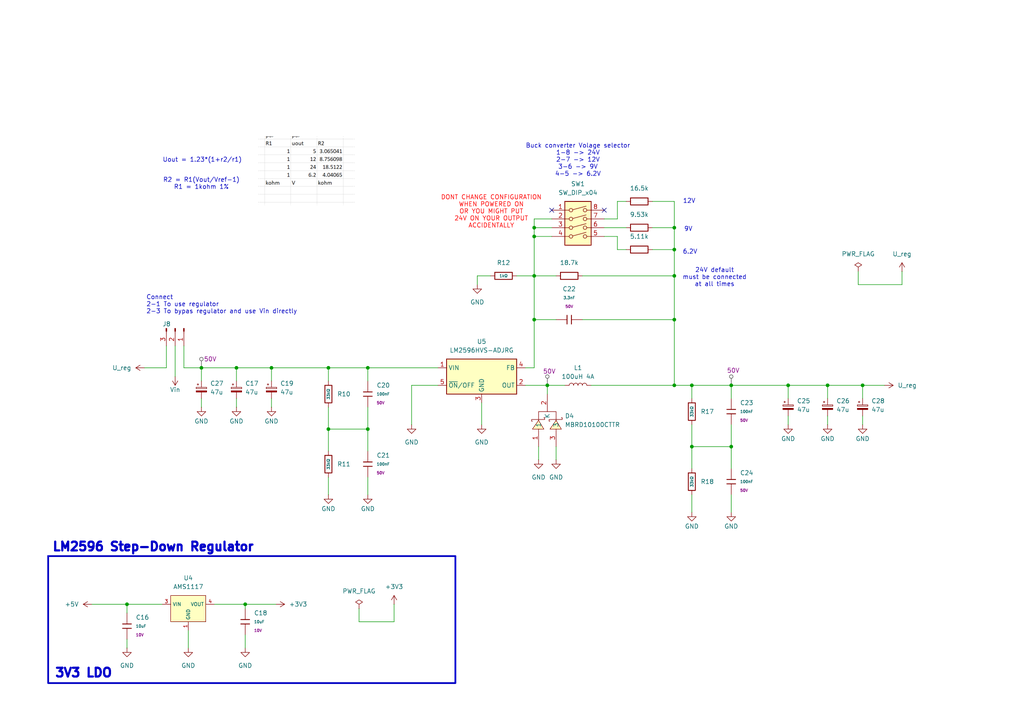
<source format=kicad_sch>
(kicad_sch (version 20250114) (generator "eeschema") (generator_version "9.0")
  (paper "A4")
  (lib_symbols
    (symbol "Connector:Conn_01x03_Pin" (pin_names (offset 1.016) (hide yes))
      (property "Reference" "J" (at 0 5.08 0))
      (property "Value" "Conn_01x03_Pin" (at 0 -5.08 0))
      (symbol "Conn_01x03_Pin_1_1"
        (rectangle (start 0.8636 2.667) (end 0 2.413) (stroke (width 0.1524)) (fill (type outline)))
        (rectangle (start 0.8636 0.127) (end 0 -0.127) (stroke (width 0.1524)) (fill (type outline)))
        (rectangle (start 0.8636 -2.413) (end 0 -2.667) (stroke (width 0.1524)) (fill (type outline)))
        (polyline (pts (xy 1.27 2.54) (xy 0.8636 2.54)) (stroke (width 0.1524)))
        (polyline (pts (xy 1.27 0) (xy 0.8636 0)) (stroke (width 0.1524)))
        (polyline (pts (xy 1.27 -2.54) (xy 0.8636 -2.54)) (stroke (width 0.1524)))
        (pin passive line (at 5.08 2.54 180) (length 3.81) (name "Pin_1") (number "1"))
        (pin passive line (at 5.08 0 180) (length 3.81) (name "Pin_2") (number "2"))
        (pin passive line (at 5.08 -2.54 180) (length 3.81) (name "Pin_3") (number "3"))
      )
    )
    (symbol "Device:C_Polarized_Small" (pin_numbers (hide yes)) (pin_names (offset 0.254) (hide yes))
      (property "Reference" "C" (at 0.254 1.778 0))
      (property "Value" "C_Polarized_Small" (at 0.254 -2.032 0))
      (symbol "C_Polarized_Small_0_1"
        (rectangle (start -1.524 0.6858) (end 1.524 0.3048))
        (rectangle (start -1.524 -0.3048) (end 1.524 -0.6858) (fill (type outline)))
        (polyline (pts (xy -1.27 1.524) (xy -0.762 1.524)))
        (polyline (pts (xy -1.016 1.27) (xy -1.016 1.778)))
      )
      (symbol "C_Polarized_Small_1_1"
        (pin passive line (at 0 2.54 270) (length 1.8542) (name "~") (number "1"))
        (pin passive line (at 0 -2.54 90) (length 1.8542) (name "~") (number "2"))
      )
    )
    (symbol "Device:L" (pin_numbers (hide yes)) (pin_names (offset 1.016) (hide yes))
      (property "Reference" "L" (at -1.27 0 90))
      (property "Value" "L" (at 1.905 0 90))
      (symbol "L_0_1"
        (arc (start 0 2.54) (mid 0.6323 1.905) (end 0 1.27))
        (arc (start 0 1.27) (mid 0.6323 0.635) (end 0 0))
        (arc (start 0 0) (mid 0.6323 -0.635) (end 0 -1.27))
        (arc (start 0 -1.27) (mid 0.6323 -1.905) (end 0 -2.54))
      )
      (symbol "L_1_1"
        (pin passive line (at 0 3.81 270) (length 1.27) (name "1") (number "1"))
        (pin passive line (at 0 -3.81 90) (length 1.27) (name "2") (number "2"))
      )
    )
    (symbol "Device:R" (pin_numbers (hide yes)) (pin_names (offset 0))
      (property "Reference" "R" (at 2.032 0 90))
      (property "Value" "R" (at 0 0 90))
      (symbol "R_0_1"
        (rectangle (start -1.016 -2.54) (end 1.016 2.54) (stroke (width 0.254)))
      )
      (symbol "R_1_1"
        (pin passive line (at 0 3.81 270) (length 1.27) (name "~") (number "1"))
        (pin passive line (at 0 -3.81 90) (length 1.27) (name "~") (number "2"))
      )
    )
    (symbol "PCM_JLCPCB-Capacitors:0603,100nF" (pin_numbers (hide yes)) (pin_names (offset 0))
      (property "Reference" "C" (at 2.032 1.668 0))
      (property "Value" "100nF" (at 2.032 -0.3782 0))
      (property "Voltage Rated" "50V" (at 2.032 -2.0462 0))
      (symbol "0603,100nF_0_1"
        (polyline (pts (xy -1.27 0.635) (xy 1.27 0.635)) (stroke (width 0.254)))
        (polyline (pts (xy -1.27 -0.635) (xy 1.27 -0.635)) (stroke (width 0.254)))
      )
      (symbol "0603,100nF_1_1"
        (pin passive line (at 0 3.81 270) (length 3.175) (name "~") (number "1"))
        (pin passive line (at 0 -3.81 90) (length 3.175) (name "~") (number "2"))
      )
    )
    (symbol "PCM_JLCPCB-Capacitors:0603,10uF" (pin_numbers (hide yes)) (pin_names (offset 0))
      (property "Reference" "C" (at 2.032 1.668 0))
      (property "Value" "10uF" (at 2.032 -0.3782 0))
      (property "Voltage Rated" "10V" (at 2.032 -2.0462 0))
      (symbol "0603,10uF_0_1"
        (polyline (pts (xy -1.27 0.635) (xy 1.27 0.635)) (stroke (width 0.254)))
        (polyline (pts (xy -1.27 -0.635) (xy 1.27 -0.635)) (stroke (width 0.254)))
      )
      (symbol "0603,10uF_1_1"
        (pin passive line (at 0 3.81 270) (length 3.175) (name "~") (number "1"))
        (pin passive line (at 0 -3.81 90) (length 3.175) (name "~") (number "2"))
      )
    )
    (symbol "PCM_JLCPCB-Capacitors:0603,3.3nF" (pin_numbers (hide yes)) (pin_names (offset 0))
      (property "Reference" "C" (at 2.032 1.668 0))
      (property "Value" "3.3nF" (at 2.032 -0.3782 0))
      (property "Voltage Rated" "50V" (at 2.032 -2.0462 0))
      (symbol "0603,3.3nF_0_1"
        (polyline (pts (xy -1.27 0.635) (xy 1.27 0.635)) (stroke (width 0.254)))
        (polyline (pts (xy -1.27 -0.635) (xy 1.27 -0.635)) (stroke (width 0.254)))
      )
      (symbol "0603,3.3nF_1_1"
        (pin passive line (at 0 3.81 270) (length 3.175) (name "~") (number "1"))
        (pin passive line (at 0 -3.81 90) (length 3.175) (name "~") (number "2"))
      )
    )
    (symbol "PCM_JLCPCB-Power:LDO, 3.3V, 1A"
      (property "Reference" "U" (at 0 8.89 0))
      (property "Value" "AMS1117" (at 0 6.35 0))
      (symbol "LDO, 3.3V, 1A_0_1"
        (rectangle (start -5.08 5.08) (end 5.08 -2.54) (fill (type background)))
        (pin unspecified line (at 0 -5.08 90) (length 2.54) (name "GND") (number "1"))
        (pin unspecified line (at 7.62 2.54 180) (length 2.54) (name "VOUT") (number "4"))
      )
      (symbol "LDO, 3.3V, 1A_1_1"
        (pin unspecified line (at -7.62 2.54 0) (length 2.54) (name "VIN") (number "3"))
        (pin unspecified line (at 7.62 2.54 180) (length 2.54) (hide yes) (name "VOUT") (number "2"))
      )
    )
    (symbol "PCM_JLCPCB-Resistors:0402,1kΩ" (pin_numbers (hide yes)) (pin_names (offset 0))
      (property "Reference" "R" (at 1.778 0 0))
      (property "Value" "1kΩ" (at 0 0 90))
      (symbol "0402,1kΩ_0_1"
        (rectangle (start -1.016 2.54) (end 1.016 -2.54) (stroke (width 0.254)))
      )
      (symbol "0402,1kΩ_1_1"
        (pin passive line (at 0 3.81 270) (length 1.27) (name "~") (number "1"))
        (pin passive line (at 0 -3.81 90) (length 1.27) (name "~") (number "2"))
      )
    )
    (symbol "PCM_JLCPCB-Resistors:0402,33kΩ" (pin_numbers (hide yes)) (pin_names (offset 0))
      (property "Reference" "R" (at 1.778 0 0))
      (property "Value" "33kΩ" (at 0 0 90))
      (symbol "0402,33kΩ_0_1"
        (rectangle (start -1.016 2.54) (end 1.016 -2.54) (stroke (width 0.254)))
      )
      (symbol "0402,33kΩ_1_1"
        (pin passive line (at 0 3.81 270) (length 1.27) (name "~") (number "1"))
        (pin passive line (at 0 -3.81 90) (length 1.27) (name "~") (number "2"))
      )
    )
    (symbol "Regulator_Switching:LM2596S-ADJ"
      (property "Reference" "U" (at -10.16 6.35 0))
      (property "Value" "LM2596S-ADJ" (at 0 6.35 0))
      (symbol "LM2596S-ADJ_0_1"
        (rectangle (start -10.16 5.08) (end 10.16 -5.08) (stroke (width 0.254)) (fill (type background)))
      )
      (symbol "LM2596S-ADJ_1_1"
        (pin power_in line (at -12.7 2.54 0) (length 2.54) (name "VIN") (number "1"))
        (pin input line (at -12.7 -2.54 0) (length 2.54) (name "~{ON}/OFF") (number "5"))
        (pin power_in line (at 0 -7.62 90) (length 2.54) (name "GND") (number "3"))
        (pin input line (at 12.7 2.54 180) (length 2.54) (name "FB") (number "4"))
        (pin output line (at 12.7 -2.54 180) (length 2.54) (name "OUT") (number "2"))
      )
    )
    (symbol "SMC_MBRD10100CTTR:MBRD10100CTTR"
      (property "Reference" "D" (at 0 7.62 0))
      (property "Value" "MBRD10100CTTR" (at 0 -7.62 0))
      (symbol "MBRD10100CTTR_0_1"
        (polyline (pts (xy -2.54 1.02) (xy 0 2.54) (xy -2.54 4.32) (xy -2.54 1.02)) (fill (type background)))
        (polyline (pts (xy -2.54 -4.06) (xy 0 -2.54) (xy -2.54 -0.76) (xy -2.54 -4.06)) (fill (type background)))
        (polyline (pts (xy 0 2.54) (xy 2.54 2.54) (xy 2.54 -2.54) (xy 0 -2.54)))
        (polyline (pts (xy 0.76 1.02) (xy 0.76 0.76) (xy 0.25 0.76) (xy 0.25 4.57) (xy -0.25 4.57) (xy -0.25 4.32)))
        (polyline (pts (xy 0.76 -4.06) (xy 0.76 -4.32) (xy 0.25 -4.32) (xy 0.25 -0.51) (xy -0.25 -0.51) (xy -0.25 -0.76)))
        (pin unspecified line (at -7.62 2.54 0) (length 5.08) (name "1") (number "1"))
        (pin unspecified line (at -7.62 -2.54 0) (length 5.08) (name "3") (number "3"))
        (pin unspecified line (at 7.62 0 180) (length 5.08) (name "K") (number "2"))
      )
    )
    (symbol "Switch:SW_DIP_x04" (pin_names (offset 0) (hide yes))
      (property "Reference" "SW" (at 0 8.89 0))
      (property "Value" "SW_DIP_x04" (at 0 -6.35 0))
      (symbol "SW_DIP_x04_0_0"
        (circle (center -2.032 5.08) (radius 0.508))
        (circle (center -2.032 2.54) (radius 0.508))
        (circle (center -2.032 0) (radius 0.508))
        (circle (center -2.032 -2.54) (radius 0.508))
        (polyline (pts (xy -1.524 5.207) (xy 2.3622 6.2484)))
        (polyline (pts (xy -1.524 2.667) (xy 2.3622 3.7084)))
        (polyline (pts (xy -1.524 0.127) (xy 2.3622 1.1684)))
        (polyline (pts (xy -1.524 -2.3876) (xy 2.3622 -1.3462)))
        (circle (center 2.032 5.08) (radius 0.508))
        (circle (center 2.032 2.54) (radius 0.508))
        (circle (center 2.032 0) (radius 0.508))
        (circle (center 2.032 -2.54) (radius 0.508))
      )
      (symbol "SW_DIP_x04_0_1"
        (rectangle (start -3.81 7.62) (end 3.81 -5.08) (stroke (width 0.254)) (fill (type background)))
      )
      (symbol "SW_DIP_x04_1_1"
        (pin passive line (at -7.62 5.08 0) (length 5.08) (name "~") (number "1"))
        (pin passive line (at -7.62 2.54 0) (length 5.08) (name "~") (number "2"))
        (pin passive line (at -7.62 0 0) (length 5.08) (name "~") (number "3"))
        (pin passive line (at -7.62 -2.54 0) (length 5.08) (name "~") (number "4"))
        (pin passive line (at 7.62 5.08 180) (length 5.08) (name "~") (number "8"))
        (pin passive line (at 7.62 2.54 180) (length 5.08) (name "~") (number "7"))
        (pin passive line (at 7.62 0 180) (length 5.08) (name "~") (number "6"))
        (pin passive line (at 7.62 -2.54 180) (length 5.08) (name "~") (number "5"))
      )
    )
    (symbol "power:+5V" (power) (pin_numbers (hide yes)) (pin_names (offset 0) (hide yes))
      (property "Value" "+5V" (at 0 3.556 0))
      (symbol "+5V_0_1"
        (polyline (pts (xy -0.762 1.27) (xy 0 2.54)))
        (polyline (pts (xy 0 2.54) (xy 0.762 1.27)))
        (polyline (pts (xy 0 0) (xy 0 2.54)))
      )
      (symbol "+5V_1_1"
        (pin power_in line (at 0 0 90) (length 0) (name "~") (number "1"))
      )
    )
    (symbol "power:GND" (power) (pin_numbers (hide yes)) (pin_names (offset 0) (hide yes))
      (property "Value" "GND" (at 0 -3.81 0))
      (symbol "GND_0_1"
        (polyline (pts (xy 0 0) (xy 0 -1.27) (xy 1.27 -1.27) (xy 0 -2.54) (xy -1.27 -1.27) (xy 0 -1.27)))
      )
      (symbol "GND_1_1"
        (pin power_in line (at 0 0 270) (length 0) (name "~") (number "1"))
      )
    )
    (symbol "power:PWR_FLAG" (power) (pin_numbers (hide yes)) (pin_names (offset 0) (hide yes))
      (property "Value" "PWR_FLAG" (at 0 3.81 0))
      (symbol "PWR_FLAG_0_0"
        (pin power_out line (at 0 0 90) (length 0) (name "~") (number "1"))
      )
      (symbol "PWR_FLAG_0_1"
        (polyline (pts (xy 0 0) (xy 0 1.27) (xy -1.016 1.905) (xy 0 2.54) (xy 1.016 1.905) (xy 0 1.27)))
      )
    )
    (symbol "power:VCC" (power) (pin_numbers (hide yes)) (pin_names (offset 0) (hide yes))
      (property "Value" "VCC" (at 0 3.556 0))
      (symbol "VCC_0_1"
        (polyline (pts (xy -0.762 1.27) (xy 0 2.54)))
        (polyline (pts (xy 0 2.54) (xy 0.762 1.27)))
        (polyline (pts (xy 0 0) (xy 0 2.54)))
      )
      (symbol "VCC_1_1"
        (pin power_in line (at 0 0 90) (length 0) (name "~") (number "1"))
      )
    )
  )
  (rectangle (start 13.97 161.29) (end 132.08 198.12) (stroke (width 0.508)))
  (text "6.2V\n" (at 200.152 73.152 0) (effects (font (size 1.27 1.27))))
  (text "3V3 LDO\n" (at 15.748 195.326 0) (effects (font (size 2.54 2.54) (thickness 0.762) (bold yes)) (justify left)))
  (text "R2 = R1(Vout/Vref-1)\nR1 = 1kohm 1%\n" (at 58.42 53.34 0) (effects (font (size 1.27 1.27))))
  (text "LM2596 Step-Down Regulator\n" (at 14.986 158.75 0) (effects (font (size 2.54 2.54) (thickness 0.762) (bold yes)) (justify left)))
  (text "Uout = 1.23*(1+r2/r1)\n" (at 58.674 46.482 0) (effects (font (size 1.27 1.27))))
  (text "Buck converter Volage selector\n1-8 -> 24V\n2-7 -> 12V\n3-6 -> 9V\n4-5 -> 6.2V" (at 167.64 46.482 0) (effects (font (size 1.27 1.27))))
  (text "Connect\n2-1 To use regulator\n2-3 To bypas regulator and use Vin directly" (at 42.418 88.392 0) (effects (font (size 1.27 1.27)) (justify left)))
  (text "9V" (at 199.644 66.548 0) (effects (font (size 1.27 1.27))))
  (text "12V\n" (at 199.898 58.42 0) (effects (font (size 1.27 1.27))))
  (text "DONT CHANGE CONFIGURATION\nWHEN POWERED ON\nOR YOU MIGHT PUT\n24V ON YOUR OUTPUT\nACCIDENTALLY" (at 142.494 61.468 0) (effects (font (size 1.27 1.27))))
  (text "24V default\nmust be connected\nat all times" (at 207.264 80.518 0) (effects (font (size 1.27 1.27))))
  (junction (at 71.12 175.26))
  (junction (at 200.66 129.54))
  (junction (at 195.58 72.39))
  (junction (at 154.94 68.58))
  (junction (at 195.58 92.71))
  (junction (at 68.58 106.68))
  (junction (at 195.58 66.04))
  (junction (at 228.6 111.76))
  (junction (at 200.66 111.76))
  (junction (at 158.75 111.76))
  (junction (at 78.74 106.68))
  (junction (at 195.58 80.01))
  (junction (at 36.83 175.26))
  (junction (at 195.58 111.76))
  (junction (at 240.03 111.76))
  (junction (at 154.94 66.04))
  (junction (at 212.09 129.54))
  (junction (at 212.09 111.76))
  (junction (at 106.68 106.68))
  (junction (at 95.25 124.46))
  (junction (at 106.68 124.46))
  (junction (at 154.94 92.71))
  (junction (at 154.94 80.01))
  (junction (at 58.42 106.68))
  (junction (at 95.25 106.68))
  (junction (at 250.19 111.76))
  (no_connect (at 160.02 60.96))
  (no_connect (at 175.26 60.96))
  (wire (pts (xy 104.14 176.53) (xy 104.14 180.34)))
  (wire (pts (xy 168.91 80.01) (xy 195.58 80.01)))
  (wire (pts (xy 154.94 106.68) (xy 152.4 106.68)))
  (wire (pts (xy 154.94 63.5) (xy 160.02 63.5)))
  (wire (pts (xy 168.91 92.71) (xy 195.58 92.71)))
  (wire (pts (xy 139.7 116.84) (xy 139.7 123.19)))
  (wire (pts (xy 179.07 58.42) (xy 179.07 63.5)))
  (wire (pts (xy 54.61 182.88) (xy 54.61 187.96)))
  (wire (pts (xy 95.25 118.11) (xy 95.25 124.46)))
  (wire (pts (xy 154.94 80.01) (xy 161.29 80.01)))
  (wire (pts (xy 149.86 80.01) (xy 154.94 80.01)))
  (wire (pts (xy 119.38 111.76) (xy 127 111.76)))
  (wire (pts (xy 212.09 123.19) (xy 212.09 129.54)))
  (wire (pts (xy 138.43 82.55) (xy 138.43 80.01)))
  (wire (pts (xy 106.68 124.46) (xy 106.68 130.81)))
  (wire (pts (xy 240.03 120.65) (xy 240.03 123.19)))
  (wire (pts (xy 240.03 111.76) (xy 240.03 115.57)))
  (wire (pts (xy 95.25 124.46) (xy 95.25 130.81)))
  (wire (pts (xy 248.92 78.74) (xy 248.92 82.55)))
  (wire (pts (xy 212.09 111.76) (xy 228.6 111.76)))
  (wire (pts (xy 58.42 106.68) (xy 58.42 110.49)))
  (wire (pts (xy 71.12 175.26) (xy 71.12 176.53)))
  (wire (pts (xy 53.34 106.68) (xy 58.42 106.68)))
  (wire (pts (xy 179.07 72.39) (xy 179.07 68.58)))
  (wire (pts (xy 154.94 63.5) (xy 154.94 66.04)))
  (wire (pts (xy 212.09 111.76) (xy 212.09 115.57)))
  (wire (pts (xy 62.23 175.26) (xy 71.12 175.26)))
  (wire (pts (xy 104.14 180.34) (xy 114.3 180.34)))
  (wire (pts (xy 50.8 109.22) (xy 50.8 100.33)))
  (wire (pts (xy 200.66 143.51) (xy 200.66 148.59)))
  (wire (pts (xy 212.09 143.51) (xy 212.09 148.59)))
  (wire (pts (xy 195.58 66.04) (xy 195.58 72.39)))
  (wire (pts (xy 195.58 111.76) (xy 200.66 111.76)))
  (wire (pts (xy 181.61 72.39) (xy 179.07 72.39)))
  (wire (pts (xy 138.43 80.01) (xy 142.24 80.01)))
  (wire (pts (xy 189.23 66.04) (xy 195.58 66.04)))
  (wire (pts (xy 179.07 68.58) (xy 175.26 68.58)))
  (wire (pts (xy 58.42 115.57) (xy 58.42 118.11)))
  (wire (pts (xy 212.09 129.54) (xy 212.09 135.89)))
  (wire (pts (xy 78.74 106.68) (xy 95.25 106.68)))
  (wire (pts (xy 195.58 72.39) (xy 189.23 72.39)))
  (wire (pts (xy 154.94 68.58) (xy 160.02 68.58)))
  (wire (pts (xy 106.68 138.43) (xy 106.68 143.51)))
  (wire (pts (xy 200.66 123.19) (xy 200.66 129.54)))
  (wire (pts (xy 58.42 106.68) (xy 68.58 106.68)))
  (wire (pts (xy 154.94 66.04) (xy 154.94 68.58)))
  (wire (pts (xy 195.58 80.01) (xy 195.58 92.71)))
  (wire (pts (xy 152.4 111.76) (xy 158.75 111.76)))
  (wire (pts (xy 154.94 92.71) (xy 161.29 92.71)))
  (wire (pts (xy 48.26 106.68) (xy 48.26 100.33)))
  (wire (pts (xy 200.66 111.76) (xy 200.66 115.57)))
  (wire (pts (xy 106.68 106.68) (xy 106.68 110.49)))
  (wire (pts (xy 158.75 111.76) (xy 158.75 114.3)))
  (wire (pts (xy 68.58 115.57) (xy 68.58 118.11)))
  (wire (pts (xy 228.6 120.65) (xy 228.6 123.19)))
  (wire (pts (xy 175.26 63.5) (xy 179.07 63.5)))
  (wire (pts (xy 53.34 100.33) (xy 53.34 106.68)))
  (wire (pts (xy 200.66 129.54) (xy 212.09 129.54)))
  (wire (pts (xy 36.83 185.42) (xy 36.83 187.96)))
  (wire (pts (xy 71.12 184.15) (xy 71.12 187.96)))
  (wire (pts (xy 78.74 106.68) (xy 78.74 110.49)))
  (wire (pts (xy 78.74 115.57) (xy 78.74 118.11)))
  (wire (pts (xy 161.29 129.54) (xy 161.29 133.35)))
  (wire (pts (xy 261.62 82.55) (xy 261.62 78.74)))
  (wire (pts (xy 154.94 80.01) (xy 154.94 92.71)))
  (wire (pts (xy 95.25 138.43) (xy 95.25 143.51)))
  (wire (pts (xy 71.12 175.26) (xy 80.01 175.26)))
  (wire (pts (xy 154.94 68.58) (xy 154.94 80.01)))
  (wire (pts (xy 106.68 118.11) (xy 106.68 124.46)))
  (wire (pts (xy 250.19 111.76) (xy 256.54 111.76)))
  (wire (pts (xy 189.23 58.42) (xy 195.58 58.42)))
  (wire (pts (xy 240.03 111.76) (xy 250.19 111.76)))
  (wire (pts (xy 95.25 106.68) (xy 106.68 106.68)))
  (wire (pts (xy 106.68 106.68) (xy 127 106.68)))
  (wire (pts (xy 158.75 111.76) (xy 163.83 111.76)))
  (wire (pts (xy 228.6 111.76) (xy 228.6 115.57)))
  (wire (pts (xy 26.67 175.26) (xy 36.83 175.26)))
  (wire (pts (xy 195.58 58.42) (xy 195.58 66.04)))
  (wire (pts (xy 228.6 111.76) (xy 240.03 111.76)))
  (wire (pts (xy 41.91 106.68) (xy 48.26 106.68)))
  (wire (pts (xy 114.3 175.26) (xy 114.3 180.34)))
  (wire (pts (xy 171.45 111.76) (xy 195.58 111.76)))
  (wire (pts (xy 119.38 123.19) (xy 119.38 111.76)))
  (wire (pts (xy 195.58 92.71) (xy 195.58 111.76)))
  (wire (pts (xy 175.26 66.04) (xy 181.61 66.04)))
  (wire (pts (xy 250.19 120.65) (xy 250.19 123.19)))
  (wire (pts (xy 200.66 111.76) (xy 212.09 111.76)))
  (wire (pts (xy 68.58 106.68) (xy 78.74 106.68)))
  (wire (pts (xy 68.58 106.68) (xy 68.58 110.49)))
  (wire (pts (xy 200.66 129.54) (xy 200.66 135.89)))
  (wire (pts (xy 156.21 133.35) (xy 156.21 129.54)))
  (wire (pts (xy 154.94 66.04) (xy 160.02 66.04)))
  (wire (pts (xy 95.25 106.68) (xy 95.25 110.49)))
  (wire (pts (xy 36.83 177.8) (xy 36.83 175.26)))
  (wire (pts (xy 36.83 175.26) (xy 46.99 175.26)))
  (wire (pts (xy 195.58 80.01) (xy 195.58 72.39)))
  (wire (pts (xy 248.92 82.55) (xy 261.62 82.55)))
  (wire (pts (xy 154.94 92.71) (xy 154.94 106.68)))
  (wire (pts (xy 250.19 111.76) (xy 250.19 115.57)))
  (wire (pts (xy 95.25 124.46) (xy 106.68 124.46)))
  (wire (pts (xy 181.61 58.42) (xy 179.07 58.42)))
  (image (at 88.9 49.53) (scale 0.441642))
  (netclass_flag "" (length 2.54) (shape round) (at 58.42 106.68 0) (property "Netclass" "50V " (at 59.1185 104.14 0) (effects (justify left))))
  (netclass_flag "" (length 2.54) (shape round) (at 158.75 111.76 0) (property "Netclass" "50V " (at 157.48 107.696 0) (effects (justify left))))
  (netclass_flag "" (length 2.54) (shape round) (at 212.09 111.76 0) (property "Netclass" "50V " (at 210.82 107.442 0) (effects (justify left))))
  (symbol (lib_id "power:GND") (at 161.29 133.35 0) (unit 1)
    (property "Reference" "#PWR085" (effects (hide yes)))
    (property "Value" "GND" (at 161.29 138.43 0))
    (property "Description" "Power symbol creates a global label with name \"GND\" , ground" (effects (hide yes)))
  )
  (symbol (lib_id "power:VCC") (at 50.8 109.22 180) (unit 1)
    (property "Reference" "#PWR072" (effects (hide yes)))
    (property "Value" "Vin" (at 50.8 113.03 0))
    (property "Description" "Power symbol creates a global label with name \"VCC\"" (effects (hide yes)))
  )
  (symbol (lib_id "power:GND") (at 58.42 118.11 0) (unit 1)
    (property "Reference" "#PWR092" (effects (hide yes)))
    (property "Value" "GND" (at 58.42 122.174 0))
    (property "Description" "Power symbol creates a global label with name \"GND\" , ground" (effects (hide yes)))
  )
  (symbol (lib_id "power:GND") (at 200.66 148.59 0) (unit 1)
    (property "Reference" "#PWR086" (effects (hide yes)))
    (property "Value" "GND" (at 200.66 152.654 0))
    (property "Description" "Power symbol creates a global label with name \"GND\" , ground" (effects (hide yes)))
  )
  (symbol (lib_id "PCM_JLCPCB-Resistors:0402,33kΩ") (at 95.25 114.3 0) (unit 1)
    (property "Reference" "R10" (at 97.79 114.2999 0) (effects (justify left)))
    (property "Value" "33kΩ" (at 95.25 114.3 90) (effects (font (size 0.8 0.8))))
    (property "Footprint" "PCM_JLCPCB:R_0402" (effects (hide yes)))
    (property "Datasheet" "https://www.lcsc.com/datasheet/lcsc_datasheet_2206010100_UNI-ROYAL-Uniroyal-Elec-0402WGF3302TCE_C25779.pdf" (effects (hide yes)))
    (property "Description" "62.5mW Thick Film Resistors 50V ±100ppm/°C ±1% 33kΩ 0402 Chip Resistor - Surface Mount ROHS" (effects (hide yes)))
    (property "LCSC" "C25779" (effects (hide yes)))
    (property "Stock" "1069887" (effects (hide yes)))
    (property "Price" "0.004USD" (effects (hide yes)))
    (property "Process" "SMT" (effects (hide yes)))
    (property "Minimum Qty" "20" (effects (hide yes)))
    (property "Attrition Qty" "10" (effects (hide yes)))
    (property "Class" "Basic Component" (effects (hide yes)))
    (property "Category" "Resistors,Chip Resistor - Surface Mount" (effects (hide yes)))
    (property "Manufacturer" "UNI-ROYAL(Uniroyal Elec)" (effects (hide yes)))
    (property "Part" "0402WGF3302TCE" (effects (hide yes)))
    (property "Resistance" "33kΩ" (effects (hide yes)))
    (property "Power(Watts)" "62.5mW" (effects (hide yes)))
    (property "Type" "Thick Film Resistors" (effects (hide yes)))
    (property "Overload Voltage (Max)" "50V" (effects (hide yes)))
    (property "Operating Temperature Range" "-55°C~+155°C" (effects (hide yes)))
    (property "Tolerance" "±1%" (effects (hide yes)))
    (property "Temperature Coefficient" "±100ppm/°C" (effects (hide yes)))
  )
  (symbol (lib_id "PCM_JLCPCB-Capacitors:0603,100nF") (at 212.09 119.38 0) (unit 1)
    (property "Reference" "C23" (at 214.63 116.8399 0) (effects (justify left)))
    (property "Value" "100nF" (at 214.63 119.38 0) (effects (font (size 0.8 0.8)) (justify left)))
    (property "Footprint" "PCM_JLCPCB:C_0603" (effects (hide yes)))
    (property "Datasheet" "https://www.lcsc.com/datasheet/lcsc_datasheet_2211101700_YAGEO-CC0603KRX7R9BB104_C14663.pdf" (effects (hide yes)))
    (property "Description" "50V 100nF X7R ±10% 0603 Multilayer Ceramic Capacitors MLCC - SMD/SMT ROHS" (effects (hide yes)))
    (property "LCSC" "C14663" (effects (hide yes)))
    (property "Stock" "70324515" (effects (hide yes)))
    (property "Price" "0.006USD" (effects (hide yes)))
    (property "Process" "SMT" (effects (hide yes)))
    (property "Minimum Qty" "20" (effects (hide yes)))
    (property "Attrition Qty" "10" (effects (hide yes)))
    (property "Class" "Basic Component" (effects (hide yes)))
    (property "Category" "Capacitors,Multilayer Ceramic Capacitors MLCC - SMD/SMT" (effects (hide yes)))
    (property "Manufacturer" "YAGEO" (effects (hide yes)))
    (property "Part" "CC0603KRX7R9BB104" (effects (hide yes)))
    (property "Voltage Rated" "50V" (at 214.63 121.92 0) (effects (font (size 0.8 0.8)) (justify left)))
    (property "Tolerance" "±10%" (effects (hide yes)))
    (property "Capacitance" "100nF" (effects (hide yes)))
    (property "Temperature Coefficient" "X7R" (effects (hide yes)))
  )
  (symbol (lib_id "power:+5V") (at 256.54 111.76 270) (mirror x) (unit 1)
    (property "Reference" "#PWR090" (effects (hide yes)))
    (property "Value" "U_reg" (at 260.35 111.7599 90) (effects (justify left)))
    (property "Description" "Power symbol creates a global label with name \"+5V\"" (effects (hide yes)))
  )
  (symbol (lib_id "PCM_JLCPCB-Power:LDO, 3.3V, 1A") (at 54.61 177.8 0) (unit 1)
    (property "Reference" "U4" (at 54.61 167.64 0))
    (property "Value" "AMS1117" (at 54.61 170.18 0))
    (property "Footprint" "PCM_JLCPCB:SOT-223-3_L6.5-W3.4-P2.30-LS7.0-BR" (effects (hide yes)))
    (property "Datasheet" "https://www.lcsc.com/datasheet/lcsc_datasheet_2410121508_Advanced-Monolithic-Systems-AMS1117-3-3_C6186.pdf" (effects (hide yes)))
    (property "Description" "72dB@(120Hz) 1A Fixed 3.3V Positive electrode SOT-223 Voltage Regulators - Linear, Low Drop Out (LDO) Regulators ROHS" (effects (hide yes)))
    (property "LCSC" "C6186" (effects (hide yes)))
    (property "Stock" "1270542" (effects (hide yes)))
    (property "Price" "0.169USD" (effects (hide yes)))
    (property "Process" "SMT" (effects (hide yes)))
    (property "Minimum Qty" "2" (effects (hide yes)))
    (property "Attrition Qty" "0" (effects (hide yes)))
    (property "Class" "Basic Component" (effects (hide yes)))
    (property "Category" "Power Management ICs,Linear Voltage Regulators (LDO)" (effects (hide yes)))
    (property "Manufacturer" "Advanced Monolithic Systems" (effects (hide yes)))
    (property "Part" "AMS1117-3.3" (effects (hide yes)))
    (property "Number Of Outputs" "1" (effects (hide yes)))
    (property "Output Voltage" "3.3V" (effects (hide yes)))
    (property "Dropout Voltage" "1.3V@(800mA)" (effects (hide yes)))
    (property "Output Current" "1A" (effects (hide yes)))
    (property "Output Type" "Fixed" (effects (hide yes)))
    (property "Output Polarity" "Positive electrode" (effects (hide yes)))
    (property "Power Supply Rejection Ratio (Psrr)" "72dB@(120Hz)" (effects (hide yes)))
    (property "Feature" "Overcurrent Protection(OCP);Thermal Protection(TSD)" (effects (hide yes)))
  )
  (symbol (lib_id "PCM_JLCPCB-Capacitors:0603,100nF") (at 212.09 139.7 0) (unit 1)
    (property "Reference" "C24" (at 214.63 137.1599 0) (effects (justify left)))
    (property "Value" "100nF" (at 214.63 139.7 0) (effects (font (size 0.8 0.8)) (justify left)))
    (property "Footprint" "PCM_JLCPCB:C_0603" (effects (hide yes)))
    (property "Datasheet" "https://www.lcsc.com/datasheet/lcsc_datasheet_2211101700_YAGEO-CC0603KRX7R9BB104_C14663.pdf" (effects (hide yes)))
    (property "Description" "50V 100nF X7R ±10% 0603 Multilayer Ceramic Capacitors MLCC - SMD/SMT ROHS" (effects (hide yes)))
    (property "LCSC" "C14663" (effects (hide yes)))
    (property "Stock" "70324515" (effects (hide yes)))
    (property "Price" "0.006USD" (effects (hide yes)))
    (property "Process" "SMT" (effects (hide yes)))
    (property "Minimum Qty" "20" (effects (hide yes)))
    (property "Attrition Qty" "10" (effects (hide yes)))
    (property "Class" "Basic Component" (effects (hide yes)))
    (property "Category" "Capacitors,Multilayer Ceramic Capacitors MLCC - SMD/SMT" (effects (hide yes)))
    (property "Manufacturer" "YAGEO" (effects (hide yes)))
    (property "Part" "CC0603KRX7R9BB104" (effects (hide yes)))
    (property "Voltage Rated" "50V" (at 214.63 142.24 0) (effects (font (size 0.8 0.8)) (justify left)))
    (property "Tolerance" "±10%" (effects (hide yes)))
    (property "Capacitance" "100nF" (effects (hide yes)))
    (property "Temperature Coefficient" "X7R" (effects (hide yes)))
  )
  (symbol (lib_id "power:GND") (at 119.38 123.19 0) (unit 1)
    (property "Reference" "#PWR081" (effects (hide yes)))
    (property "Value" "GND" (at 119.38 128.27 0))
    (property "Description" "Power symbol creates a global label with name \"GND\" , ground" (effects (hide yes)))
  )
  (symbol (lib_id "Switch:SW_DIP_x04") (at 167.64 66.04 0) (unit 1)
    (property "Reference" "SW1" (at 167.64 53.34 0))
    (property "Value" "SW_DIP_x04" (at 167.64 55.88 0))
    (property "Footprint" "Button_Switch_THT:SW_DIP_SPSTx04_Slide_6.7x11.72mm_W7.62mm_P2.54mm_LowProfile" (effects (hide yes)))
    (property "Description" "4x DIP Switch, Single Pole Single Throw (SPST) switch, small symbol" (effects (hide yes)))
    (property "LCSC" "C231756" (effects (hide yes)))
  )
  (symbol (lib_id "power:GND") (at 78.74 118.11 0) (unit 1)
    (property "Reference" "#PWR076" (effects (hide yes)))
    (property "Value" "GND" (at 78.74 122.174 0))
    (property "Description" "Power symbol creates a global label with name \"GND\" , ground" (effects (hide yes)))
  )
  (symbol (lib_id "Device:C_Polarized_Small") (at 250.19 118.11 0) (unit 1)
    (property "Reference" "C28" (at 252.73 116.2938 0) (effects (justify left)))
    (property "Value" "47u" (at 252.73 118.8338 0) (effects (justify left)))
    (property "Footprint" "Capacitor_SMD:CP_Elec_6.3x7.7" (effects (hide yes)))
    (property "Description" "Polarized capacitor, small symbol" (effects (hide yes)))
    (property "LCSC" "C7461235" (effects (hide yes)))
  )
  (symbol (lib_id "power:GND") (at 212.09 148.59 0) (unit 1)
    (property "Reference" "#PWR087" (effects (hide yes)))
    (property "Value" "GND" (at 212.09 152.654 0))
    (property "Description" "Power symbol creates a global label with name \"GND\" , ground" (effects (hide yes)))
  )
  (symbol (lib_id "PCM_JLCPCB-Resistors:0402,1kΩ") (at 146.05 80.01 90) (unit 1)
    (property "Reference" "R12" (at 146.05 76.2 90))
    (property "Value" "1kΩ" (at 146.05 80.01 90) (effects (font (size 0.8 0.8))))
    (property "Footprint" "PCM_JLCPCB:R_0402" (effects (hide yes)))
    (property "Datasheet" "https://www.lcsc.com/datasheet/lcsc_datasheet_2206010216_UNI-ROYAL-Uniroyal-Elec-0402WGF1001TCE_C11702.pdf" (effects (hide yes)))
    (property "Description" "62.5mW Thick Film Resistors 50V ±100ppm/°C ±1% 1kΩ 0402 Chip Resistor - Surface Mount ROHS" (effects (hide yes)))
    (property "LCSC" "C11702" (effects (hide yes)))
    (property "Stock" "13226393" (effects (hide yes)))
    (property "Price" "0.004USD" (effects (hide yes)))
    (property "Process" "SMT" (effects (hide yes)))
    (property "Minimum Qty" "20" (effects (hide yes)))
    (property "Attrition Qty" "10" (effects (hide yes)))
    (property "Class" "Basic Component" (effects (hide yes)))
    (property "Category" "Resistors,Chip Resistor - Surface Mount" (effects (hide yes)))
    (property "Manufacturer" "UNI-ROYAL(Uniroyal Elec)" (effects (hide yes)))
    (property "Part" "0402WGF1001TCE" (effects (hide yes)))
    (property "Resistance" "1kΩ" (effects (hide yes)))
    (property "Power(Watts)" "62.5mW" (effects (hide yes)))
    (property "Type" "Thick Film Resistors" (effects (hide yes)))
    (property "Overload Voltage (Max)" "50V" (effects (hide yes)))
    (property "Operating Temperature Range" "-55°C~+155°C" (effects (hide yes)))
    (property "Tolerance" "±1%" (effects (hide yes)))
    (property "Temperature Coefficient" "±100ppm/°C" (effects (hide yes)))
  )
  (symbol (lib_id "Regulator_Switching:LM2596S-ADJ") (at 139.7 109.22 0) (unit 1)
    (property "Reference" "U5" (at 139.7 99.06 0))
    (property "Value" "LM2596HVS-ADJRG" (at 139.7 101.6 0))
    (property "Footprint" "Package_TO_SOT_SMD:TO-263-5_TabPin3" (effects (hide yes)))
    (property "Datasheet" "http://www.ti.com/lit/ds/symlink/lm2596.pdf" (effects (hide yes)))
    (property "Description" "HANSCHIP semiconductor LM2596HVS-ADJRG" (effects (hide yes)))
    (property "LCSC" "C22439312" (effects (hide yes)))
  )
  (symbol (lib_id "power:GND") (at 138.43 82.55 0) (unit 1)
    (property "Reference" "#PWR082" (effects (hide yes)))
    (property "Value" "GND" (at 138.43 87.63 0))
    (property "Description" "Power symbol creates a global label with name \"GND\" , ground" (effects (hide yes)))
  )
  (symbol (lib_id "PCM_JLCPCB-Capacitors:0603,100nF") (at 106.68 134.62 0) (unit 1)
    (property "Reference" "C21" (at 109.22 132.0799 0) (effects (justify left)))
    (property "Value" "100nF" (at 109.22 134.62 0) (effects (font (size 0.8 0.8)) (justify left)))
    (property "Footprint" "PCM_JLCPCB:C_0603" (effects (hide yes)))
    (property "Datasheet" "https://www.lcsc.com/datasheet/lcsc_datasheet_2211101700_YAGEO-CC0603KRX7R9BB104_C14663.pdf" (effects (hide yes)))
    (property "Description" "50V 100nF X7R ±10% 0603 Multilayer Ceramic Capacitors MLCC - SMD/SMT ROHS" (effects (hide yes)))
    (property "LCSC" "C14663" (effects (hide yes)))
    (property "Stock" "70324515" (effects (hide yes)))
    (property "Price" "0.006USD" (effects (hide yes)))
    (property "Process" "SMT" (effects (hide yes)))
    (property "Minimum Qty" "20" (effects (hide yes)))
    (property "Attrition Qty" "10" (effects (hide yes)))
    (property "Class" "Basic Component" (effects (hide yes)))
    (property "Category" "Capacitors,Multilayer Ceramic Capacitors MLCC - SMD/SMT" (effects (hide yes)))
    (property "Manufacturer" "YAGEO" (effects (hide yes)))
    (property "Part" "CC0603KRX7R9BB104" (effects (hide yes)))
    (property "Voltage Rated" "50V" (at 109.22 137.16 0) (effects (font (size 0.8 0.8)) (justify left)))
    (property "Tolerance" "±10%" (effects (hide yes)))
    (property "Capacitance" "100nF" (effects (hide yes)))
    (property "Temperature Coefficient" "X7R" (effects (hide yes)))
  )
  (symbol (lib_id "power:PWR_FLAG") (at 248.92 78.74 0) (unit 1)
    (property "Reference" "#FLG02" (effects (hide yes)))
    (property "Value" "PWR_FLAG" (at 248.92 73.66 0))
    (property "Description" "Special symbol for telling ERC where power comes from" (effects (hide yes)))
  )
  (symbol (lib_id "Device:C_Polarized_Small") (at 228.6 118.11 0) (unit 1)
    (property "Reference" "C25" (at 231.14 116.2938 0) (effects (justify left)))
    (property "Value" "47u" (at 231.14 118.8338 0) (effects (justify left)))
    (property "Footprint" "Capacitor_SMD:CP_Elec_6.3x7.7" (effects (hide yes)))
    (property "Description" "Polarized capacitor, small symbol" (effects (hide yes)))
    (property "LCSC" "C7461235" (effects (hide yes)))
  )
  (symbol (lib_id "PCM_JLCPCB-Resistors:0402,33kΩ") (at 95.25 134.62 0) (unit 1)
    (property "Reference" "R11" (at 97.79 134.6199 0) (effects (justify left)))
    (property "Value" "33kΩ" (at 95.25 134.62 90) (effects (font (size 0.8 0.8))))
    (property "Footprint" "PCM_JLCPCB:R_0402" (effects (hide yes)))
    (property "Datasheet" "https://www.lcsc.com/datasheet/lcsc_datasheet_2206010100_UNI-ROYAL-Uniroyal-Elec-0402WGF3302TCE_C25779.pdf" (effects (hide yes)))
    (property "Description" "62.5mW Thick Film Resistors 50V ±100ppm/°C ±1% 33kΩ 0402 Chip Resistor - Surface Mount ROHS" (effects (hide yes)))
    (property "LCSC" "C25779" (effects (hide yes)))
    (property "Stock" "1069887" (effects (hide yes)))
    (property "Price" "0.004USD" (effects (hide yes)))
    (property "Process" "SMT" (effects (hide yes)))
    (property "Minimum Qty" "20" (effects (hide yes)))
    (property "Attrition Qty" "10" (effects (hide yes)))
    (property "Class" "Basic Component" (effects (hide yes)))
    (property "Category" "Resistors,Chip Resistor - Surface Mount" (effects (hide yes)))
    (property "Manufacturer" "UNI-ROYAL(Uniroyal Elec)" (effects (hide yes)))
    (property "Part" "0402WGF3302TCE" (effects (hide yes)))
    (property "Resistance" "33kΩ" (effects (hide yes)))
    (property "Power(Watts)" "62.5mW" (effects (hide yes)))
    (property "Type" "Thick Film Resistors" (effects (hide yes)))
    (property "Overload Voltage (Max)" "50V" (effects (hide yes)))
    (property "Operating Temperature Range" "-55°C~+155°C" (effects (hide yes)))
    (property "Tolerance" "±1%" (effects (hide yes)))
    (property "Temperature Coefficient" "±100ppm/°C" (effects (hide yes)))
  )
  (symbol (lib_id "Device:C_Polarized_Small") (at 240.03 118.11 0) (unit 1)
    (property "Reference" "C26" (at 242.57 116.2938 0) (effects (justify left)))
    (property "Value" "47u" (at 242.57 118.8338 0) (effects (justify left)))
    (property "Footprint" "Capacitor_SMD:CP_Elec_6.3x7.7" (effects (hide yes)))
    (property "Description" "Polarized capacitor, small symbol" (effects (hide yes)))
    (property "LCSC" "C7461235" (effects (hide yes)))
  )
  (symbol (lib_id "Device:R") (at 165.1 80.01 90) (unit 1)
    (property "Reference" "R13" (effects (hide yes)))
    (property "Value" "18.7k" (at 165.1 76.2 90))
    (property "Footprint" "PCM_JLCPCB:R_0402" (effects (hide yes)))
    (property "Description" "Resistor" (effects (hide yes)))
    (property "LCSC" "C11476" (effects (hide yes)))
  )
  (symbol (lib_id "power:GND") (at 250.19 123.19 0) (unit 1)
    (property "Reference" "#PWR094" (effects (hide yes)))
    (property "Value" "GND" (at 250.19 127.254 0))
    (property "Description" "Power symbol creates a global label with name \"GND\" , ground" (effects (hide yes)))
  )
  (symbol (lib_id "power:GND") (at 106.68 143.51 0) (unit 1)
    (property "Reference" "#PWR079" (effects (hide yes)))
    (property "Value" "GND" (at 106.68 147.574 0))
    (property "Description" "Power symbol creates a global label with name \"GND\" , ground" (effects (hide yes)))
  )
  (symbol (lib_id "PCM_JLCPCB-Capacitors:0603,100nF") (at 106.68 114.3 0) (unit 1)
    (property "Reference" "C20" (at 109.22 111.7599 0) (effects (justify left)))
    (property "Value" "100nF" (at 109.22 114.3 0) (effects (font (size 0.8 0.8)) (justify left)))
    (property "Footprint" "PCM_JLCPCB:C_0603" (effects (hide yes)))
    (property "Datasheet" "https://www.lcsc.com/datasheet/lcsc_datasheet_2211101700_YAGEO-CC0603KRX7R9BB104_C14663.pdf" (effects (hide yes)))
    (property "Description" "50V 100nF X7R ±10% 0603 Multilayer Ceramic Capacitors MLCC - SMD/SMT ROHS" (effects (hide yes)))
    (property "LCSC" "C14663" (effects (hide yes)))
    (property "Stock" "70324515" (effects (hide yes)))
    (property "Price" "0.006USD" (effects (hide yes)))
    (property "Process" "SMT" (effects (hide yes)))
    (property "Minimum Qty" "20" (effects (hide yes)))
    (property "Attrition Qty" "10" (effects (hide yes)))
    (property "Class" "Basic Component" (effects (hide yes)))
    (property "Category" "Capacitors,Multilayer Ceramic Capacitors MLCC - SMD/SMT" (effects (hide yes)))
    (property "Manufacturer" "YAGEO" (effects (hide yes)))
    (property "Part" "CC0603KRX7R9BB104" (effects (hide yes)))
    (property "Voltage Rated" "50V" (at 109.22 116.84 0) (effects (font (size 0.8 0.8)) (justify left)))
    (property "Tolerance" "±10%" (effects (hide yes)))
    (property "Capacitance" "100nF" (effects (hide yes)))
    (property "Temperature Coefficient" "X7R" (effects (hide yes)))
  )
  (symbol (lib_id "power:+5V") (at 261.62 78.74 0) (mirror y) (unit 1)
    (property "Reference" "#PWR091" (effects (hide yes)))
    (property "Value" "U_reg" (at 261.62 73.66 0))
    (property "Description" "Power symbol creates a global label with name \"+5V\"" (effects (hide yes)))
  )
  (symbol (lib_id "Device:R") (at 185.42 72.39 90) (unit 1)
    (property "Reference" "R16" (effects (hide yes)))
    (property "Value" "5.11k" (at 185.42 68.58 90))
    (property "Footprint" "PCM_JLCPCB:R_0402" (effects (hide yes)))
    (property "Description" "Resistor" (effects (hide yes)))
    (property "LCSC" "C274895" (effects (hide yes)))
  )
  (symbol (lib_id "Connector:Conn_01x03_Pin") (at 50.8 95.25 270) (unit 1)
    (property "Reference" "J8" (at 49.5299 93.98 90) (effects (justify right)))
    (property "Value" "Conn_01x03_Pin" (effects (hide yes)))
    (property "Footprint" "Connector_PinHeader_2.54mm:PinHeader_1x03_P2.54mm_Vertical" (effects (hide yes)))
    (property "Description" "Generic connector, single row, 01x03, script generated" (effects (hide yes)))
  )
  (symbol (lib_id "power:+5V") (at 41.91 106.68 90) (mirror x) (unit 1)
    (property "Reference" "#PWR071" (effects (hide yes)))
    (property "Value" "U_reg" (at 38.1 106.6799 90) (effects (justify left)))
    (property "Description" "Power symbol creates a global label with name \"+5V\"" (effects (hide yes)))
  )
  (symbol (lib_id "power:GND") (at 54.61 187.96 0) (unit 1)
    (property "Reference" "#PWR073" (effects (hide yes)))
    (property "Value" "GND" (at 54.61 193.04 0))
    (property "Description" "Power symbol creates a global label with name \"GND\" , ground" (effects (hide yes)))
  )
  (symbol (lib_id "power:+5V") (at 114.3 175.26 0) (mirror y) (unit 1)
    (property "Reference" "#PWR080" (effects (hide yes)))
    (property "Value" "+3V3" (at 114.3 170.18 0))
    (property "Description" "Power symbol creates a global label with name \"+5V\"" (effects (hide yes)))
  )
  (symbol (lib_id "Device:C_Polarized_Small") (at 58.42 113.03 0) (unit 1)
    (property "Reference" "C27" (at 60.96 111.2138 0) (effects (justify left)))
    (property "Value" "47u" (at 60.96 113.7538 0) (effects (justify left)))
    (property "Footprint" "Capacitor_SMD:CP_Elec_6.3x7.7" (effects (hide yes)))
    (property "Description" "Polarized capacitor, small symbol" (effects (hide yes)))
    (property "LCSC" "C7461235" (effects (hide yes)))
  )
  (symbol (lib_id "PCM_JLCPCB-Capacitors:0603,3.3nF") (at 165.1 92.71 90) (unit 1)
    (property "Reference" "C22" (at 165.1 83.82 90))
    (property "Value" "3.3nF" (at 165.1 86.36 90) (effects (font (size 0.8 0.8))))
    (property "Footprint" "PCM_JLCPCB:C_0603" (effects (hide yes)))
    (property "Datasheet" "https://www.lcsc.com/datasheet/lcsc_datasheet_2304140030_Samsung-Electro-Mechanics-CL10B332KB8NNNC_C1613.pdf" (effects (hide yes)))
    (property "Description" "50V 3.3nF X7R ±10% 0603 Multilayer Ceramic Capacitors MLCC - SMD/SMT ROHS" (effects (hide yes)))
    (property "LCSC" "C1613" (effects (hide yes)))
    (property "Stock" "135772" (effects (hide yes)))
    (property "Price" "0.008USD" (effects (hide yes)))
    (property "Process" "SMT" (effects (hide yes)))
    (property "Minimum Qty" "20" (effects (hide yes)))
    (property "Attrition Qty" "10" (effects (hide yes)))
    (property "Class" "Basic Component" (effects (hide yes)))
    (property "Category" "Capacitors,Multilayer Ceramic Capacitors MLCC - SMD/SMT" (effects (hide yes)))
    (property "Manufacturer" "Samsung Electro-Mechanics" (effects (hide yes)))
    (property "Part" "CL10B332KB8NNNC" (effects (hide yes)))
    (property "Voltage Rated" "50V" (at 165.1 88.9 90) (effects (font (size 0.8 0.8))))
    (property "Tolerance" "±10%" (effects (hide yes)))
    (property "Capacitance" "3.3nF" (effects (hide yes)))
    (property "Temperature Coefficient" "X7R" (effects (hide yes)))
  )
  (symbol (lib_id "Device:C_Polarized_Small") (at 68.58 113.03 0) (unit 1)
    (property "Reference" "C17" (at 71.12 111.2138 0) (effects (justify left)))
    (property "Value" "47u" (at 71.12 113.7538 0) (effects (justify left)))
    (property "Footprint" "Capacitor_SMD:CP_Elec_6.3x7.7" (effects (hide yes)))
    (property "Description" "Polarized capacitor, small symbol" (effects (hide yes)))
    (property "LCSC" "C7461235" (effects (hide yes)))
  )
  (symbol (lib_id "power:GND") (at 156.21 133.35 0) (unit 1)
    (property "Reference" "#PWR084" (effects (hide yes)))
    (property "Value" "GND" (at 156.21 138.43 0))
    (property "Description" "Power symbol creates a global label with name \"GND\" , ground" (effects (hide yes)))
  )
  (symbol (lib_id "Device:L") (at 167.64 111.76 90) (unit 1)
    (property "Reference" "L1" (at 167.64 106.68 90))
    (property "Value" "100uH 4A" (at 167.64 109.22 90))
    (property "Footprint" "Inductor_SMD:L_Sunlord_SWRB1207S" (effects (hide yes)))
    (property "Description" "Inductor" (effects (hide yes)))
    (property "LCSC" " C5368704" (effects (hide yes)))
  )
  (symbol (lib_id "power:GND") (at 139.7 123.19 0) (unit 1)
    (property "Reference" "#PWR083" (effects (hide yes)))
    (property "Value" "GND" (at 139.7 128.27 0))
    (property "Description" "Power symbol creates a global label with name \"GND\" , ground" (effects (hide yes)))
  )
  (symbol (lib_id "power:+5V") (at 80.01 175.26 270) (mirror x) (unit 1)
    (property "Reference" "#PWR077" (effects (hide yes)))
    (property "Value" "+3V3" (at 83.82 175.2599 90) (effects (justify left)))
    (property "Description" "Power symbol creates a global label with name \"+5V\"" (effects (hide yes)))
  )
  (symbol (lib_id "power:GND") (at 71.12 187.96 0) (unit 1)
    (property "Reference" "#PWR075" (effects (hide yes)))
    (property "Value" "GND" (at 71.12 193.04 0))
    (property "Description" "Power symbol creates a global label with name \"GND\" , ground" (effects (hide yes)))
  )
  (symbol (lib_id "PCM_JLCPCB-Capacitors:0603,10uF") (at 36.83 181.61 0) (unit 1)
    (property "Reference" "C16" (at 39.37 179.0699 0) (effects (justify left)))
    (property "Value" "10uF" (at 39.37 181.61 0) (effects (font (size 0.8 0.8)) (justify left)))
    (property "Footprint" "PCM_JLCPCB:C_0603" (effects (hide yes)))
    (property "Datasheet" "https://www.lcsc.com/datasheet/lcsc_datasheet_2304140030_Samsung-Electro-Mechanics-CL10A106KP8NNNC_C19702.pdf" (effects (hide yes)))
    (property "Description" "10V 10uF X5R ±10% 0603 Multilayer Ceramic Capacitors MLCC - SMD/SMT ROHS" (effects (hide yes)))
    (property "LCSC" "C19702" (effects (hide yes)))
    (property "Stock" "9881407" (effects (hide yes)))
    (property "Price" "0.009USD" (effects (hide yes)))
    (property "Process" "SMT" (effects (hide yes)))
    (property "Minimum Qty" "20" (effects (hide yes)))
    (property "Attrition Qty" "10" (effects (hide yes)))
    (property "Class" "Basic Component" (effects (hide yes)))
    (property "Category" "Capacitors,Multilayer Ceramic Capacitors MLCC - SMD/SMT" (effects (hide yes)))
    (property "Manufacturer" "Samsung Electro-Mechanics" (effects (hide yes)))
    (property "Part" "CL10A106KP8NNNC" (effects (hide yes)))
    (property "Voltage Rated" "10V" (at 39.37 184.15 0) (effects (font (size 0.8 0.8)) (justify left)))
    (property "Tolerance" "±10%" (effects (hide yes)))
    (property "Capacitance" "10uF" (effects (hide yes)))
    (property "Temperature Coefficient" "X5R" (effects (hide yes)))
  )
  (symbol (lib_id "power:GND") (at 36.83 187.96 0) (unit 1)
    (property "Reference" "#PWR070" (effects (hide yes)))
    (property "Value" "GND" (at 36.83 193.04 0))
    (property "Description" "Power symbol creates a global label with name \"GND\" , ground" (effects (hide yes)))
  )
  (symbol (lib_id "PCM_JLCPCB-Resistors:0402,33kΩ") (at 200.66 139.7 0) (unit 1)
    (property "Reference" "R18" (at 203.2 139.6999 0) (effects (justify left)))
    (property "Value" "33kΩ" (at 200.66 139.7 90) (effects (font (size 0.8 0.8))))
    (property "Footprint" "PCM_JLCPCB:R_0402" (effects (hide yes)))
    (property "Datasheet" "https://www.lcsc.com/datasheet/lcsc_datasheet_2206010100_UNI-ROYAL-Uniroyal-Elec-0402WGF3302TCE_C25779.pdf" (effects (hide yes)))
    (property "Description" "62.5mW Thick Film Resistors 50V ±100ppm/°C ±1% 33kΩ 0402 Chip Resistor - Surface Mount ROHS" (effects (hide yes)))
    (property "LCSC" "C25779" (effects (hide yes)))
    (property "Stock" "1069887" (effects (hide yes)))
    (property "Price" "0.004USD" (effects (hide yes)))
    (property "Process" "SMT" (effects (hide yes)))
    (property "Minimum Qty" "20" (effects (hide yes)))
    (property "Attrition Qty" "10" (effects (hide yes)))
    (property "Class" "Basic Component" (effects (hide yes)))
    (property "Category" "Resistors,Chip Resistor - Surface Mount" (effects (hide yes)))
    (property "Manufacturer" "UNI-ROYAL(Uniroyal Elec)" (effects (hide yes)))
    (property "Part" "0402WGF3302TCE" (effects (hide yes)))
    (property "Resistance" "33kΩ" (effects (hide yes)))
    (property "Power(Watts)" "62.5mW" (effects (hide yes)))
    (property "Type" "Thick Film Resistors" (effects (hide yes)))
    (property "Overload Voltage (Max)" "50V" (effects (hide yes)))
    (property "Operating Temperature Range" "-55°C~+155°C" (effects (hide yes)))
    (property "Tolerance" "±1%" (effects (hide yes)))
    (property "Temperature Coefficient" "±100ppm/°C" (effects (hide yes)))
  )
  (symbol (lib_id "power:GND") (at 228.6 123.19 0) (unit 1)
    (property "Reference" "#PWR088" (effects (hide yes)))
    (property "Value" "GND" (at 228.6 127.254 0))
    (property "Description" "Power symbol creates a global label with name \"GND\" , ground" (effects (hide yes)))
  )
  (symbol (lib_id "power:+5V") (at 26.67 175.26 90) (unit 1)
    (property "Reference" "#PWR069" (effects (hide yes)))
    (property "Value" "+5V" (at 22.86 175.2599 90) (effects (justify left)))
    (property "Description" "Power symbol creates a global label with name \"+5V\"" (effects (hide yes)))
  )
  (symbol (lib_id "SMC_MBRD10100CTTR:MBRD10100CTTR") (at 158.75 121.92 90) (unit 1)
    (property "Reference" "D4" (at 163.83 120.6499 90) (effects (justify right)))
    (property "Value" "MBRD10100CTTR" (at 163.83 123.1899 90) (effects (justify right)))
    (property "Footprint" "SMC_MBRD10100CTTR:TO-252-3_L6.5-W5.8-P4.58-TL" (effects (hide yes)))
    (property "Datasheet" "https://lcsc.com/product-detail/Schottky-Barrier-Diodes-SBD_MCC_MBRD10100CTTR_MBRD10100CTTR_C135494.html" (effects (hide yes)))
    (property "LCSC Part" "C135494" (effects (hide yes)))
  )
  (symbol (lib_id "PCM_JLCPCB-Resistors:0402,33kΩ") (at 200.66 119.38 0) (unit 1)
    (property "Reference" "R17" (at 203.2 119.3799 0) (effects (justify left)))
    (property "Value" "33kΩ" (at 200.66 119.38 90) (effects (font (size 0.8 0.8))))
    (property "Footprint" "PCM_JLCPCB:R_0402" (effects (hide yes)))
    (property "Datasheet" "https://www.lcsc.com/datasheet/lcsc_datasheet_2206010100_UNI-ROYAL-Uniroyal-Elec-0402WGF3302TCE_C25779.pdf" (effects (hide yes)))
    (property "Description" "62.5mW Thick Film Resistors 50V ±100ppm/°C ±1% 33kΩ 0402 Chip Resistor - Surface Mount ROHS" (effects (hide yes)))
    (property "LCSC" "C25779" (effects (hide yes)))
    (property "Stock" "1069887" (effects (hide yes)))
    (property "Price" "0.004USD" (effects (hide yes)))
    (property "Process" "SMT" (effects (hide yes)))
    (property "Minimum Qty" "20" (effects (hide yes)))
    (property "Attrition Qty" "10" (effects (hide yes)))
    (property "Class" "Basic Component" (effects (hide yes)))
    (property "Category" "Resistors,Chip Resistor - Surface Mount" (effects (hide yes)))
    (property "Manufacturer" "UNI-ROYAL(Uniroyal Elec)" (effects (hide yes)))
    (property "Part" "0402WGF3302TCE" (effects (hide yes)))
    (property "Resistance" "33kΩ" (effects (hide yes)))
    (property "Power(Watts)" "62.5mW" (effects (hide yes)))
    (property "Type" "Thick Film Resistors" (effects (hide yes)))
    (property "Overload Voltage (Max)" "50V" (effects (hide yes)))
    (property "Operating Temperature Range" "-55°C~+155°C" (effects (hide yes)))
    (property "Tolerance" "±1%" (effects (hide yes)))
    (property "Temperature Coefficient" "±100ppm/°C" (effects (hide yes)))
  )
  (symbol (lib_id "power:GND") (at 68.58 118.11 0) (unit 1)
    (property "Reference" "#PWR074" (effects (hide yes)))
    (property "Value" "GND" (at 68.58 122.174 0))
    (property "Description" "Power symbol creates a global label with name \"GND\" , ground" (effects (hide yes)))
  )
  (symbol (lib_id "Device:C_Polarized_Small") (at 78.74 113.03 0) (unit 1)
    (property "Reference" "C19" (at 81.28 111.2138 0) (effects (justify left)))
    (property "Value" "47u" (at 81.28 113.7538 0) (effects (justify left)))
    (property "Footprint" "Capacitor_SMD:CP_Elec_6.3x7.7" (effects (hide yes)))
    (property "Description" "Polarized capacitor, small symbol" (effects (hide yes)))
    (property "LCSC" "C7461235" (effects (hide yes)))
  )
  (symbol (lib_id "power:GND") (at 95.25 143.51 0) (unit 1)
    (property "Reference" "#PWR078" (effects (hide yes)))
    (property "Value" "GND" (at 95.25 147.574 0))
    (property "Description" "Power symbol creates a global label with name \"GND\" , ground" (effects (hide yes)))
  )
  (symbol (lib_id "power:GND") (at 240.03 123.19 0) (unit 1)
    (property "Reference" "#PWR089" (effects (hide yes)))
    (property "Value" "GND" (at 240.03 127.254 0))
    (property "Description" "Power symbol creates a global label with name \"GND\" , ground" (effects (hide yes)))
  )
  (symbol (lib_id "power:PWR_FLAG") (at 104.14 176.53 0) (unit 1)
    (property "Reference" "#FLG01" (effects (hide yes)))
    (property "Value" "PWR_FLAG" (at 104.14 171.45 0))
    (property "Description" "Special symbol for telling ERC where power comes from" (effects (hide yes)))
  )
  (symbol (lib_id "PCM_JLCPCB-Capacitors:0603,10uF") (at 71.12 180.34 0) (unit 1)
    (property "Reference" "C18" (at 73.66 177.7999 0) (effects (justify left)))
    (property "Value" "10uF" (at 73.66 180.34 0) (effects (font (size 0.8 0.8)) (justify left)))
    (property "Footprint" "PCM_JLCPCB:C_0603" (effects (hide yes)))
    (property "Datasheet" "https://www.lcsc.com/datasheet/lcsc_datasheet_2304140030_Samsung-Electro-Mechanics-CL10A106KP8NNNC_C19702.pdf" (effects (hide yes)))
    (property "Description" "10V 10uF X5R ±10% 0603 Multilayer Ceramic Capacitors MLCC - SMD/SMT ROHS" (effects (hide yes)))
    (property "LCSC" "C19702" (effects (hide yes)))
    (property "Stock" "9881407" (effects (hide yes)))
    (property "Price" "0.009USD" (effects (hide yes)))
    (property "Process" "SMT" (effects (hide yes)))
    (property "Minimum Qty" "20" (effects (hide yes)))
    (property "Attrition Qty" "10" (effects (hide yes)))
    (property "Class" "Basic Component" (effects (hide yes)))
    (property "Category" "Capacitors,Multilayer Ceramic Capacitors MLCC - SMD/SMT" (effects (hide yes)))
    (property "Manufacturer" "Samsung Electro-Mechanics" (effects (hide yes)))
    (property "Part" "CL10A106KP8NNNC" (effects (hide yes)))
    (property "Voltage Rated" "10V" (at 73.66 182.88 0) (effects (font (size 0.8 0.8)) (justify left)))
    (property "Tolerance" "±10%" (effects (hide yes)))
    (property "Capacitance" "10uF" (effects (hide yes)))
    (property "Temperature Coefficient" "X5R" (effects (hide yes)))
  )
  (symbol (lib_id "Device:R") (at 185.42 66.04 90) (unit 1)
    (property "Reference" "R15" (effects (hide yes)))
    (property "Value" "9.53k" (at 185.42 62.23 90))
    (property "Footprint" "PCM_JLCPCB:R_0402" (effects (hide yes)))
    (property "Description" "Resistor" (effects (hide yes)))
    (property "LCSC" "C295883" (effects (hide yes)))
  )
  (symbol (lib_id "Device:R") (at 185.42 58.42 90) (unit 1)
    (property "Reference" "R14" (effects (hide yes)))
    (property "Value" "16.5k" (at 185.42 54.61 90))
    (property "Footprint" "PCM_JLCPCB:R_0402" (effects (hide yes)))
    (property "Description" "Resistor" (effects (hide yes)))
    (property "LCSC" "C25857 " (effects (hide yes)))
  )
)
</source>
